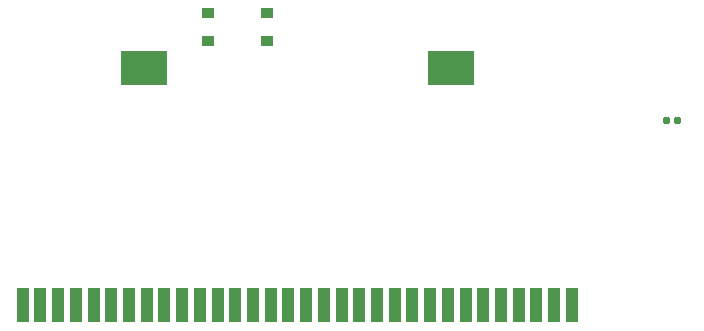
<source format=gbr>
G04 #@! TF.GenerationSoftware,KiCad,Pcbnew,(5.1.6)-1*
G04 #@! TF.CreationDate,2020-11-21T20:25:47+01:00*
G04 #@! TF.ProjectId,Dandanator CPC,44616e64-616e-4617-946f-72204350432e,rev?*
G04 #@! TF.SameCoordinates,Original*
G04 #@! TF.FileFunction,Paste,Bot*
G04 #@! TF.FilePolarity,Positive*
%FSLAX46Y46*%
G04 Gerber Fmt 4.6, Leading zero omitted, Abs format (unit mm)*
G04 Created by KiCad (PCBNEW (5.1.6)-1) date 2020-11-21 20:25:47*
%MOMM*%
%LPD*%
G01*
G04 APERTURE LIST*
%ADD10R,1.000000X0.900000*%
%ADD11R,4.000000X3.000000*%
%ADD12R,1.000000X3.000000*%
G04 APERTURE END LIST*
D10*
X64899500Y-28036500D03*
X59899500Y-28036500D03*
X64899500Y-25636500D03*
X59899500Y-25636500D03*
D11*
X54513200Y-30326300D03*
X80513200Y-30326300D03*
D12*
X44243200Y-50426300D03*
X45743200Y-50426300D03*
X47243200Y-50426300D03*
X48743200Y-50426300D03*
X50243200Y-50426300D03*
X51743200Y-50426300D03*
X53243200Y-50426300D03*
X54743200Y-50426300D03*
X56243200Y-50426300D03*
X57743200Y-50426300D03*
X59243200Y-50426300D03*
X60743200Y-50426300D03*
X62243200Y-50426300D03*
X63743200Y-50426300D03*
X65243200Y-50426300D03*
X66743200Y-50426300D03*
X68243200Y-50426300D03*
X69743200Y-50426300D03*
X71243200Y-50426300D03*
X72743200Y-50426300D03*
X74243200Y-50426300D03*
X75743200Y-50426300D03*
X77243200Y-50426300D03*
X78743200Y-50426300D03*
X80243200Y-50426300D03*
X81743200Y-50426300D03*
X83243200Y-50426300D03*
X84743200Y-50426300D03*
X86243200Y-50426300D03*
X87743200Y-50426300D03*
X89243200Y-50426300D03*
X90743200Y-50426300D03*
G36*
G01*
X99410000Y-34929900D02*
X99410000Y-34584900D01*
G75*
G02*
X99557500Y-34437400I147500J0D01*
G01*
X99852500Y-34437400D01*
G75*
G02*
X100000000Y-34584900I0J-147500D01*
G01*
X100000000Y-34929900D01*
G75*
G02*
X99852500Y-35077400I-147500J0D01*
G01*
X99557500Y-35077400D01*
G75*
G02*
X99410000Y-34929900I0J147500D01*
G01*
G37*
G36*
G01*
X98440000Y-34929900D02*
X98440000Y-34584900D01*
G75*
G02*
X98587500Y-34437400I147500J0D01*
G01*
X98882500Y-34437400D01*
G75*
G02*
X99030000Y-34584900I0J-147500D01*
G01*
X99030000Y-34929900D01*
G75*
G02*
X98882500Y-35077400I-147500J0D01*
G01*
X98587500Y-35077400D01*
G75*
G02*
X98440000Y-34929900I0J147500D01*
G01*
G37*
M02*

</source>
